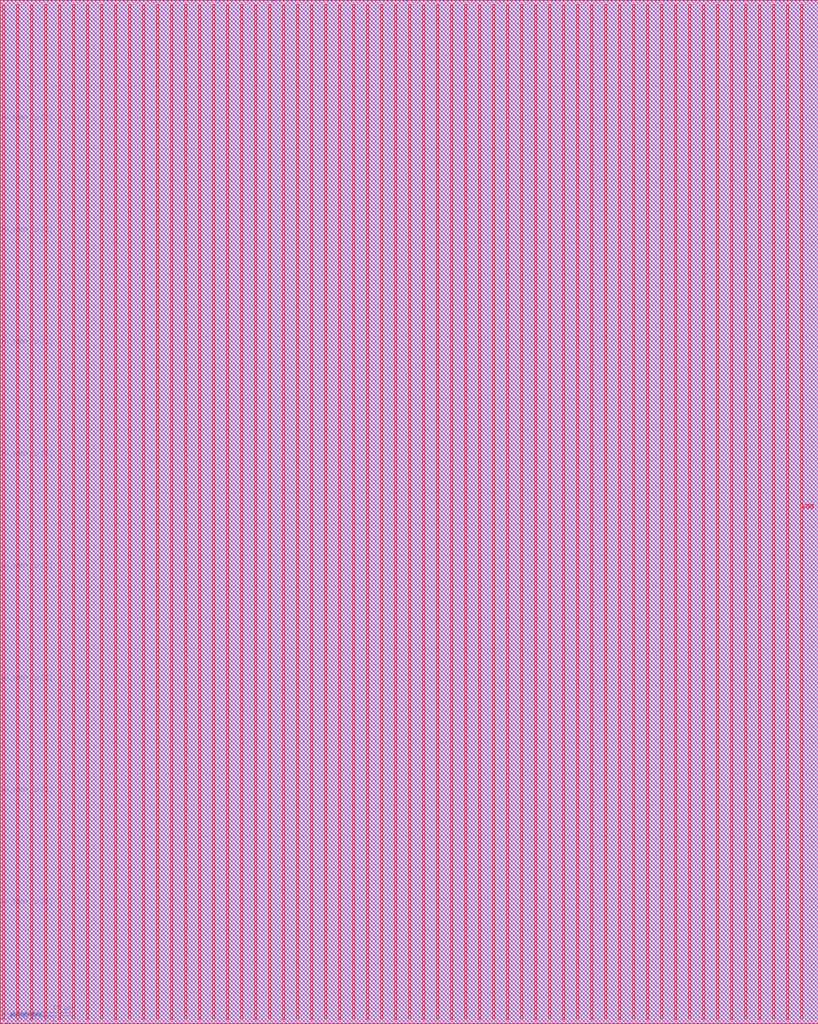
<source format=lef>
VERSION 5.7 ;
BUSBITCHARS "[]" ;
MACRO fakeram_1x256_1r1w
  FOREIGN fakeram_1x256_1r1w 0 0 ;
  SYMMETRY X Y R90 ;
  SIZE 130.910 BY 163.800 ;
  CLASS BLOCK ;
  PIN w0_wd_in[0]
    DIRECTION INPUT ;
    USE SIGNAL ;
    SHAPE ABUTMENT ;
    PORT
      LAYER metal3 ;
      RECT 0.000 0.805 0.140 0.875 ;
    END
  END w0_wd_in[0]
  PIN r0_rd_out[0]
    DIRECTION OUTPUT ;
    USE SIGNAL ;
    SHAPE ABUTMENT ;
    PORT
      LAYER metal2 ;
      RECT 1.105 0.000 1.175 0.140 ;
    END
  END r0_rd_out[0]
  PIN w0_addr_in[0]
    DIRECTION INPUT ;
    USE SIGNAL ;
    SHAPE ABUTMENT ;
    PORT
      LAYER metal3 ;
      RECT 0.000 18.725 0.140 18.795 ;
    END
  END w0_addr_in[0]
  PIN w0_addr_in[1]
    DIRECTION INPUT ;
    USE SIGNAL ;
    SHAPE ABUTMENT ;
    PORT
      LAYER metal3 ;
      RECT 0.000 36.645 0.140 36.715 ;
    END
  END w0_addr_in[1]
  PIN w0_addr_in[2]
    DIRECTION INPUT ;
    USE SIGNAL ;
    SHAPE ABUTMENT ;
    PORT
      LAYER metal3 ;
      RECT 0.000 54.565 0.140 54.635 ;
    END
  END w0_addr_in[2]
  PIN w0_addr_in[3]
    DIRECTION INPUT ;
    USE SIGNAL ;
    SHAPE ABUTMENT ;
    PORT
      LAYER metal3 ;
      RECT 0.000 72.485 0.140 72.555 ;
    END
  END w0_addr_in[3]
  PIN w0_addr_in[4]
    DIRECTION INPUT ;
    USE SIGNAL ;
    SHAPE ABUTMENT ;
    PORT
      LAYER metal3 ;
      RECT 130.770 0.805 130.910 0.875 ;
    END
  END w0_addr_in[4]
  PIN w0_addr_in[5]
    DIRECTION INPUT ;
    USE SIGNAL ;
    SHAPE ABUTMENT ;
    PORT
      LAYER metal3 ;
      RECT 130.770 18.725 130.910 18.795 ;
    END
  END w0_addr_in[5]
  PIN w0_addr_in[6]
    DIRECTION INPUT ;
    USE SIGNAL ;
    SHAPE ABUTMENT ;
    PORT
      LAYER metal3 ;
      RECT 130.770 36.645 130.910 36.715 ;
    END
  END w0_addr_in[6]
  PIN w0_addr_in[7]
    DIRECTION INPUT ;
    USE SIGNAL ;
    SHAPE ABUTMENT ;
    PORT
      LAYER metal3 ;
      RECT 130.770 54.565 130.910 54.635 ;
    END
  END w0_addr_in[7]
  PIN r0_addr_in[0]
    DIRECTION INPUT ;
    USE SIGNAL ;
    SHAPE ABUTMENT ;
    PORT
      LAYER metal3 ;
      RECT 0.000 90.405 0.140 90.475 ;
    END
  END r0_addr_in[0]
  PIN r0_addr_in[1]
    DIRECTION INPUT ;
    USE SIGNAL ;
    SHAPE ABUTMENT ;
    PORT
      LAYER metal3 ;
      RECT 0.000 108.325 0.140 108.395 ;
    END
  END r0_addr_in[1]
  PIN r0_addr_in[2]
    DIRECTION INPUT ;
    USE SIGNAL ;
    SHAPE ABUTMENT ;
    PORT
      LAYER metal3 ;
      RECT 0.000 126.245 0.140 126.315 ;
    END
  END r0_addr_in[2]
  PIN r0_addr_in[3]
    DIRECTION INPUT ;
    USE SIGNAL ;
    SHAPE ABUTMENT ;
    PORT
      LAYER metal3 ;
      RECT 0.000 144.165 0.140 144.235 ;
    END
  END r0_addr_in[3]
  PIN r0_addr_in[4]
    DIRECTION INPUT ;
    USE SIGNAL ;
    SHAPE ABUTMENT ;
    PORT
      LAYER metal3 ;
      RECT 130.770 72.485 130.910 72.555 ;
    END
  END r0_addr_in[4]
  PIN r0_addr_in[5]
    DIRECTION INPUT ;
    USE SIGNAL ;
    SHAPE ABUTMENT ;
    PORT
      LAYER metal3 ;
      RECT 130.770 90.405 130.910 90.475 ;
    END
  END r0_addr_in[5]
  PIN r0_addr_in[6]
    DIRECTION INPUT ;
    USE SIGNAL ;
    SHAPE ABUTMENT ;
    PORT
      LAYER metal3 ;
      RECT 130.770 108.325 130.910 108.395 ;
    END
  END r0_addr_in[6]
  PIN r0_addr_in[7]
    DIRECTION INPUT ;
    USE SIGNAL ;
    SHAPE ABUTMENT ;
    PORT
      LAYER metal3 ;
      RECT 130.770 126.245 130.910 126.315 ;
    END
  END r0_addr_in[7]
  PIN w0_we_in
    DIRECTION INPUT ;
    USE SIGNAL ;
    SHAPE ABUTMENT ;
    PORT
      LAYER metal2 ;
      RECT 1.105 163.660 1.175 163.800 ;
    END
  END w0_we_in
  PIN w0_ce_in
    DIRECTION INPUT ;
    USE SIGNAL ;
    SHAPE ABUTMENT ;
    PORT
      LAYER metal2 ;
      RECT 22.385 163.660 22.455 163.800 ;
    END
  END w0_ce_in
  PIN w0_clk
    DIRECTION INPUT ;
    USE SIGNAL ;
    SHAPE ABUTMENT ;
    PORT
      LAYER metal2 ;
      RECT 43.665 163.660 43.735 163.800 ;
    END
  END w0_clk
  PIN r0_ce_in
    DIRECTION INPUT ;
    USE SIGNAL ;
    SHAPE ABUTMENT ;
    PORT
      LAYER metal2 ;
      RECT 64.945 163.660 65.015 163.800 ;
    END
  END r0_ce_in
  PIN r0_clk
    DIRECTION INPUT ;
    USE SIGNAL ;
    SHAPE ABUTMENT ;
    PORT
      LAYER metal2 ;
      RECT 86.225 163.660 86.295 163.800 ;
    END
  END r0_clk
  PIN VSS
    DIRECTION INOUT ;
    USE GROUND ;
    PORT
      LAYER metal4 ;
      RECT 0.430 0.700 0.710 163.100 ;
      RECT 2.670 0.700 2.950 163.100 ;
      RECT 4.910 0.700 5.190 163.100 ;
      RECT 7.150 0.700 7.430 163.100 ;
      RECT 9.390 0.700 9.670 163.100 ;
      RECT 11.630 0.700 11.910 163.100 ;
      RECT 13.870 0.700 14.150 163.100 ;
      RECT 16.110 0.700 16.390 163.100 ;
      RECT 18.350 0.700 18.630 163.100 ;
      RECT 20.590 0.700 20.870 163.100 ;
      RECT 22.830 0.700 23.110 163.100 ;
      RECT 25.070 0.700 25.350 163.100 ;
      RECT 27.310 0.700 27.590 163.100 ;
      RECT 29.550 0.700 29.830 163.100 ;
      RECT 31.790 0.700 32.070 163.100 ;
      RECT 34.030 0.700 34.310 163.100 ;
      RECT 36.270 0.700 36.550 163.100 ;
      RECT 38.510 0.700 38.790 163.100 ;
      RECT 40.750 0.700 41.030 163.100 ;
      RECT 42.990 0.700 43.270 163.100 ;
      RECT 45.230 0.700 45.510 163.100 ;
      RECT 47.470 0.700 47.750 163.100 ;
      RECT 49.710 0.700 49.990 163.100 ;
      RECT 51.950 0.700 52.230 163.100 ;
      RECT 54.190 0.700 54.470 163.100 ;
      RECT 56.430 0.700 56.710 163.100 ;
      RECT 58.670 0.700 58.950 163.100 ;
      RECT 60.910 0.700 61.190 163.100 ;
      RECT 63.150 0.700 63.430 163.100 ;
      RECT 65.390 0.700 65.670 163.100 ;
      RECT 67.630 0.700 67.910 163.100 ;
      RECT 69.870 0.700 70.150 163.100 ;
      RECT 72.110 0.700 72.390 163.100 ;
      RECT 74.350 0.700 74.630 163.100 ;
      RECT 76.590 0.700 76.870 163.100 ;
      RECT 78.830 0.700 79.110 163.100 ;
      RECT 81.070 0.700 81.350 163.100 ;
      RECT 83.310 0.700 83.590 163.100 ;
      RECT 85.550 0.700 85.830 163.100 ;
      RECT 87.790 0.700 88.070 163.100 ;
      RECT 90.030 0.700 90.310 163.100 ;
      RECT 92.270 0.700 92.550 163.100 ;
      RECT 94.510 0.700 94.790 163.100 ;
      RECT 96.750 0.700 97.030 163.100 ;
      RECT 98.990 0.700 99.270 163.100 ;
      RECT 101.230 0.700 101.510 163.100 ;
      RECT 103.470 0.700 103.750 163.100 ;
      RECT 105.710 0.700 105.990 163.100 ;
      RECT 107.950 0.700 108.230 163.100 ;
      RECT 110.190 0.700 110.470 163.100 ;
      RECT 112.430 0.700 112.710 163.100 ;
      RECT 114.670 0.700 114.950 163.100 ;
      RECT 116.910 0.700 117.190 163.100 ;
      RECT 119.150 0.700 119.430 163.100 ;
      RECT 121.390 0.700 121.670 163.100 ;
      RECT 123.630 0.700 123.910 163.100 ;
      RECT 125.870 0.700 126.150 163.100 ;
      RECT 128.110 0.700 128.390 163.100 ;
    END
  END VSS
  PIN VDD
    DIRECTION INOUT ;
    USE POWER ;
    PORT
      LAYER metal4 ;
      RECT 0.430 0.700 0.710 163.100 ;
      RECT 2.670 0.700 2.950 163.100 ;
      RECT 4.910 0.700 5.190 163.100 ;
      RECT 7.150 0.700 7.430 163.100 ;
      RECT 9.390 0.700 9.670 163.100 ;
      RECT 11.630 0.700 11.910 163.100 ;
      RECT 13.870 0.700 14.150 163.100 ;
      RECT 16.110 0.700 16.390 163.100 ;
      RECT 18.350 0.700 18.630 163.100 ;
      RECT 20.590 0.700 20.870 163.100 ;
      RECT 22.830 0.700 23.110 163.100 ;
      RECT 25.070 0.700 25.350 163.100 ;
      RECT 27.310 0.700 27.590 163.100 ;
      RECT 29.550 0.700 29.830 163.100 ;
      RECT 31.790 0.700 32.070 163.100 ;
      RECT 34.030 0.700 34.310 163.100 ;
      RECT 36.270 0.700 36.550 163.100 ;
      RECT 38.510 0.700 38.790 163.100 ;
      RECT 40.750 0.700 41.030 163.100 ;
      RECT 42.990 0.700 43.270 163.100 ;
      RECT 45.230 0.700 45.510 163.100 ;
      RECT 47.470 0.700 47.750 163.100 ;
      RECT 49.710 0.700 49.990 163.100 ;
      RECT 51.950 0.700 52.230 163.100 ;
      RECT 54.190 0.700 54.470 163.100 ;
      RECT 56.430 0.700 56.710 163.100 ;
      RECT 58.670 0.700 58.950 163.100 ;
      RECT 60.910 0.700 61.190 163.100 ;
      RECT 63.150 0.700 63.430 163.100 ;
      RECT 65.390 0.700 65.670 163.100 ;
      RECT 67.630 0.700 67.910 163.100 ;
      RECT 69.870 0.700 70.150 163.100 ;
      RECT 72.110 0.700 72.390 163.100 ;
      RECT 74.350 0.700 74.630 163.100 ;
      RECT 76.590 0.700 76.870 163.100 ;
      RECT 78.830 0.700 79.110 163.100 ;
      RECT 81.070 0.700 81.350 163.100 ;
      RECT 83.310 0.700 83.590 163.100 ;
      RECT 85.550 0.700 85.830 163.100 ;
      RECT 87.790 0.700 88.070 163.100 ;
      RECT 90.030 0.700 90.310 163.100 ;
      RECT 92.270 0.700 92.550 163.100 ;
      RECT 94.510 0.700 94.790 163.100 ;
      RECT 96.750 0.700 97.030 163.100 ;
      RECT 98.990 0.700 99.270 163.100 ;
      RECT 101.230 0.700 101.510 163.100 ;
      RECT 103.470 0.700 103.750 163.100 ;
      RECT 105.710 0.700 105.990 163.100 ;
      RECT 107.950 0.700 108.230 163.100 ;
      RECT 110.190 0.700 110.470 163.100 ;
      RECT 112.430 0.700 112.710 163.100 ;
      RECT 114.670 0.700 114.950 163.100 ;
      RECT 116.910 0.700 117.190 163.100 ;
      RECT 119.150 0.700 119.430 163.100 ;
      RECT 121.390 0.700 121.670 163.100 ;
      RECT 123.630 0.700 123.910 163.100 ;
      RECT 125.870 0.700 126.150 163.100 ;
      RECT 128.110 0.700 128.390 163.100 ;
    END
  END VDD
  OBS
    LAYER metal1 ;
    RECT 0 0 130.910 163.800 ;
    LAYER metal2 ;
    RECT 0 0 130.910 163.800 ;
    LAYER metal3 ;
    RECT 0 0 130.910 163.800 ;
    LAYER metal4 ;
    RECT 0 0 130.910 163.800 ;
    LAYER OVERLAP ;
    RECT 0 0 130.910 163.800 ;
  END
END fakeram_1x256_1r1w

END LIBRARY

</source>
